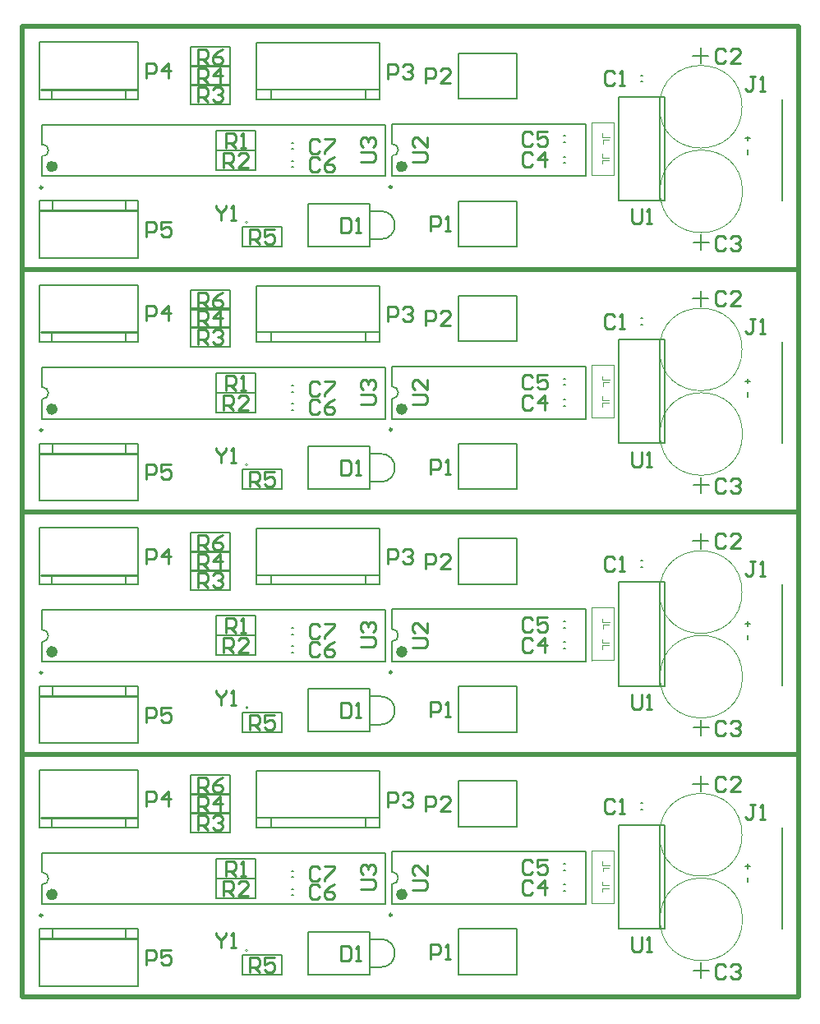
<source format=gto>
G04*
G04 #@! TF.GenerationSoftware,Altium Limited,Altium Designer,21.4.1 (30)*
G04*
G04 Layer_Color=65535*
%FSLAX44Y44*%
%MOMM*%
G71*
G04*
G04 #@! TF.SameCoordinates,D2FBEB8F-326A-44D8-8F55-22F389190F62*
G04*
G04*
G04 #@! TF.FilePolarity,Positive*
G04*
G01*
G75*
%ADD10C,0.5000*%
%ADD20C,0.2000*%
%ADD39C,0.2500*%
%ADD40C,0.6000*%
%ADD41C,0.0762*%
%ADD42C,0.1270*%
%ADD43C,0.0000*%
%ADD44C,0.2032*%
%ADD45C,0.2540*%
%ADD46C,0.1800*%
%ADD47C,0.1000*%
%ADD48C,0.1700*%
D10*
X193180Y1190D02*
X993180D01*
X193180Y251190D02*
X993180D01*
Y1190D02*
Y251190D01*
X193180Y1190D02*
Y251190D01*
Y251190D02*
X993180D01*
X193180Y501190D02*
X993180D01*
Y251190D02*
Y501190D01*
X193180Y251190D02*
Y501190D01*
Y501190D02*
X993180D01*
X193180Y751190D02*
X993180D01*
Y501190D02*
Y751190D01*
X193180Y501190D02*
Y751190D01*
Y751190D02*
X993180D01*
X193180Y1001190D02*
X993180D01*
Y751190D02*
Y1001190D01*
X193180Y751190D02*
Y1001190D01*
D20*
X574482Y117695D02*
G03*
X574482Y130395I0J6350D01*
G01*
X214018Y117195D02*
G03*
X214018Y129895I0J6350D01*
G01*
X574482Y97045D02*
X774482D01*
X574482Y151045D02*
X774482D01*
X574482Y97045D02*
Y117695D01*
Y130395D02*
Y151045D01*
X774482Y97045D02*
Y151045D01*
X808382Y71823D02*
X855382D01*
X808382Y178823D02*
X855382D01*
X808382Y71823D02*
Y178823D01*
X855382Y71823D02*
Y178823D01*
X850382Y71823D02*
Y178823D01*
X976184Y71981D02*
Y176231D01*
X214018Y97045D02*
X568018D01*
X214018Y150045D02*
X568018D01*
X214018Y97045D02*
Y117195D01*
Y129895D02*
Y150045D01*
X568018Y97045D02*
Y150045D01*
X751206Y110643D02*
X753206D01*
X751206Y117143D02*
X753206D01*
X471044Y124867D02*
X473044D01*
X471044Y131367D02*
X473044D01*
X471044Y106325D02*
X473044D01*
X471044Y112825D02*
X473044D01*
X830552Y194463D02*
X832552D01*
X830552Y200963D02*
X832552D01*
X751206Y131979D02*
X753206D01*
X751206Y138479D02*
X753206D01*
X574482Y367695D02*
G03*
X574482Y380395I0J6350D01*
G01*
X214018Y367195D02*
G03*
X214018Y379895I0J6350D01*
G01*
X574482Y347045D02*
X774482D01*
X574482Y401045D02*
X774482D01*
X574482Y347045D02*
Y367695D01*
Y380395D02*
Y401045D01*
X774482Y347045D02*
Y401045D01*
X808382Y321823D02*
X855382D01*
X808382Y428823D02*
X855382D01*
X808382Y321823D02*
Y428823D01*
X855382Y321823D02*
Y428823D01*
X850382Y321823D02*
Y428823D01*
X976184Y321981D02*
Y426231D01*
X214018Y347045D02*
X568018D01*
X214018Y400045D02*
X568018D01*
X214018Y347045D02*
Y367195D01*
Y379895D02*
Y400045D01*
X568018Y347045D02*
Y400045D01*
X751206Y360643D02*
X753206D01*
X751206Y367143D02*
X753206D01*
X471044Y374867D02*
X473044D01*
X471044Y381367D02*
X473044D01*
X471044Y356325D02*
X473044D01*
X471044Y362825D02*
X473044D01*
X830552Y444463D02*
X832552D01*
X830552Y450963D02*
X832552D01*
X751206Y381979D02*
X753206D01*
X751206Y388479D02*
X753206D01*
X574482Y617695D02*
G03*
X574482Y630395I0J6350D01*
G01*
X214018Y617195D02*
G03*
X214018Y629895I0J6350D01*
G01*
X574482Y597045D02*
X774482D01*
X574482Y651045D02*
X774482D01*
X574482Y597045D02*
Y617695D01*
Y630395D02*
Y651045D01*
X774482Y597045D02*
Y651045D01*
X808382Y571823D02*
X855382D01*
X808382Y678823D02*
X855382D01*
X808382Y571823D02*
Y678823D01*
X855382Y571823D02*
Y678823D01*
X850382Y571823D02*
Y678823D01*
X976184Y571981D02*
Y676231D01*
X214018Y597045D02*
X568018D01*
X214018Y650045D02*
X568018D01*
X214018Y597045D02*
Y617195D01*
Y629895D02*
Y650045D01*
X568018Y597045D02*
Y650045D01*
X751206Y610643D02*
X753206D01*
X751206Y617143D02*
X753206D01*
X471044Y624867D02*
X473044D01*
X471044Y631367D02*
X473044D01*
X471044Y606325D02*
X473044D01*
X471044Y612825D02*
X473044D01*
X830552Y694463D02*
X832552D01*
X830552Y700963D02*
X832552D01*
X751206Y631979D02*
X753206D01*
X751206Y638479D02*
X753206D01*
X574482Y867695D02*
G03*
X574482Y880395I0J6350D01*
G01*
X214018Y867195D02*
G03*
X214018Y879895I0J6350D01*
G01*
X574482Y847045D02*
X774482D01*
X574482Y901045D02*
X774482D01*
X574482Y847045D02*
Y867695D01*
Y880395D02*
Y901045D01*
X774482Y847045D02*
Y901045D01*
X808382Y821823D02*
X855382D01*
X808382Y928823D02*
X855382D01*
X808382Y821823D02*
Y928823D01*
X855382Y821823D02*
Y928823D01*
X850382Y821823D02*
Y928823D01*
X976184Y821981D02*
Y926231D01*
X214018Y847045D02*
X568018D01*
X214018Y900045D02*
X568018D01*
X214018Y847045D02*
Y867195D01*
Y879895D02*
Y900045D01*
X568018Y847045D02*
Y900045D01*
X751206Y860643D02*
X753206D01*
X751206Y867143D02*
X753206D01*
X471044Y874867D02*
X473044D01*
X471044Y881367D02*
X473044D01*
X471044Y856325D02*
X473044D01*
X471044Y862825D02*
X473044D01*
X830552Y944463D02*
X832552D01*
X830552Y950963D02*
X832552D01*
X751206Y881979D02*
X753206D01*
X751206Y888479D02*
X753206D01*
D39*
X574332Y85945D02*
G03*
X574332Y85945I-1250J0D01*
G01*
X214168Y85445D02*
G03*
X214168Y85445I-1250J0D01*
G01*
X574332Y335945D02*
G03*
X574332Y335945I-1250J0D01*
G01*
X214168Y335445D02*
G03*
X214168Y335445I-1250J0D01*
G01*
X574332Y585945D02*
G03*
X574332Y585945I-1250J0D01*
G01*
X214168Y585445D02*
G03*
X214168Y585445I-1250J0D01*
G01*
X574332Y835945D02*
G03*
X574332Y835945I-1250J0D01*
G01*
X214168Y835445D02*
G03*
X214168Y835445I-1250J0D01*
G01*
D40*
X587482Y107045D02*
G03*
X587482Y107045I-3000J0D01*
G01*
X227018D02*
G03*
X227018Y107045I-3000J0D01*
G01*
X587482Y357045D02*
G03*
X587482Y357045I-3000J0D01*
G01*
X227018D02*
G03*
X227018Y357045I-3000J0D01*
G01*
X587482Y607045D02*
G03*
X587482Y607045I-3000J0D01*
G01*
X227018D02*
G03*
X227018Y607045I-3000J0D01*
G01*
X587482Y857045D02*
G03*
X587482Y857045I-3000J0D01*
G01*
X227018D02*
G03*
X227018Y857045I-3000J0D01*
G01*
D41*
X935168Y168529D02*
G03*
X935168Y168529I-42500J0D01*
G01*
X935650Y81381D02*
G03*
X935650Y81381I-42500J0D01*
G01*
X935168Y418529D02*
G03*
X935168Y418529I-42500J0D01*
G01*
X935650Y331381D02*
G03*
X935650Y331381I-42500J0D01*
G01*
X935168Y668529D02*
G03*
X935168Y668529I-42500J0D01*
G01*
X935650Y581381D02*
G03*
X935650Y581381I-42500J0D01*
G01*
X935168Y918529D02*
G03*
X935168Y918529I-42500J0D01*
G01*
X935650Y831381D02*
G03*
X935650Y831381I-42500J0D01*
G01*
D42*
X562858Y32083D02*
G03*
X562858Y61083I0J14500D01*
G01*
X643032Y223836D02*
X703032D01*
Y176836D02*
Y223836D01*
X643032Y176836D02*
Y223836D01*
Y176836D02*
X703032D01*
X884668Y221029D02*
X900668D01*
X892668Y213029D02*
Y229029D01*
X551858Y32083D02*
X562858D01*
X551858Y61083D02*
X562858D01*
X487858Y24583D02*
X551858D01*
Y68583D01*
X487858D02*
X551858D01*
X487858Y24583D02*
Y68583D01*
X643032Y24449D02*
X703032D01*
X643032D02*
Y71449D01*
X703032Y24449D02*
Y71449D01*
X643032D02*
X703032D01*
X885150Y28881D02*
X901150D01*
X893150Y20881D02*
Y36881D01*
X562858Y282083D02*
G03*
X562858Y311083I0J14500D01*
G01*
X643032Y473836D02*
X703032D01*
Y426836D02*
Y473836D01*
X643032Y426836D02*
Y473836D01*
Y426836D02*
X703032D01*
X884668Y471029D02*
X900668D01*
X892668Y463029D02*
Y479029D01*
X551858Y282083D02*
X562858D01*
X551858Y311083D02*
X562858D01*
X487858Y274583D02*
X551858D01*
Y318583D01*
X487858D02*
X551858D01*
X487858Y274583D02*
Y318583D01*
X643032Y274449D02*
X703032D01*
X643032D02*
Y321449D01*
X703032Y274449D02*
Y321449D01*
X643032D02*
X703032D01*
X885150Y278881D02*
X901150D01*
X893150Y270881D02*
Y286881D01*
X562858Y532083D02*
G03*
X562858Y561083I0J14500D01*
G01*
X643032Y723836D02*
X703032D01*
Y676836D02*
Y723836D01*
X643032Y676836D02*
Y723836D01*
Y676836D02*
X703032D01*
X884668Y721029D02*
X900668D01*
X892668Y713029D02*
Y729029D01*
X551858Y532083D02*
X562858D01*
X551858Y561083D02*
X562858D01*
X487858Y524583D02*
X551858D01*
Y568583D01*
X487858D02*
X551858D01*
X487858Y524583D02*
Y568583D01*
X643032Y524449D02*
X703032D01*
X643032D02*
Y571449D01*
X703032Y524449D02*
Y571449D01*
X643032D02*
X703032D01*
X885150Y528881D02*
X901150D01*
X893150Y520881D02*
Y536881D01*
X562858Y782083D02*
G03*
X562858Y811083I0J14500D01*
G01*
X643032Y973836D02*
X703032D01*
Y926836D02*
Y973836D01*
X643032Y926836D02*
Y973836D01*
Y926836D02*
X703032D01*
X884668Y971029D02*
X900668D01*
X892668Y963029D02*
Y979029D01*
X551858Y782083D02*
X562858D01*
X551858Y811083D02*
X562858D01*
X487858Y774583D02*
X551858D01*
Y818583D01*
X487858D02*
X551858D01*
X487858Y774583D02*
Y818583D01*
X643032Y774449D02*
X703032D01*
X643032D02*
Y821449D01*
X703032Y774449D02*
Y821449D01*
X643032D02*
X703032D01*
X885150Y778881D02*
X901150D01*
X893150Y770881D02*
Y786881D01*
D43*
X425834Y49537D02*
G03*
X425834Y49537I-1270J0D01*
G01*
Y299537D02*
G03*
X425834Y299537I-1270J0D01*
G01*
Y549537D02*
G03*
X425834Y549537I-1270J0D01*
G01*
Y799537D02*
G03*
X425834Y799537I-1270J0D01*
G01*
D44*
X435718Y186187D02*
X560718Y186052D01*
X449835Y176685D02*
Y186052D01*
X547201Y176685D02*
Y186052D01*
X434968Y176185D02*
Y234185D01*
X561468D01*
Y176185D02*
Y234185D01*
X434968Y176185D02*
X561468D01*
X211434D02*
Y234935D01*
X312934D01*
Y176185D02*
Y234935D01*
X211434Y176185D02*
X312934D01*
X224134Y185752D02*
X224181Y176435D01*
X299934Y177085D02*
Y186185D01*
X312934Y12809D02*
Y71559D01*
X211434Y12809D02*
X312934D01*
X211434D02*
Y71559D01*
X312934D01*
X300186Y71309D02*
X300234Y61992D01*
X224434Y61559D02*
Y70659D01*
X435718Y436187D02*
X560718Y436052D01*
X449835Y426685D02*
Y436052D01*
X547201Y426685D02*
Y436052D01*
X434968Y426185D02*
Y484185D01*
X561468D01*
Y426185D02*
Y484185D01*
X434968Y426185D02*
X561468D01*
X211434D02*
Y484935D01*
X312934D01*
Y426185D02*
Y484935D01*
X211434Y426185D02*
X312934D01*
X224134Y435752D02*
X224181Y426435D01*
X299934Y427085D02*
Y436185D01*
X312934Y262809D02*
Y321559D01*
X211434Y262809D02*
X312934D01*
X211434D02*
Y321559D01*
X312934D01*
X300186Y321309D02*
X300234Y311992D01*
X224434Y311559D02*
Y320659D01*
X435718Y686187D02*
X560718Y686052D01*
X449835Y676685D02*
Y686052D01*
X547201Y676685D02*
Y686052D01*
X434968Y676185D02*
Y734185D01*
X561468D01*
Y676185D02*
Y734185D01*
X434968Y676185D02*
X561468D01*
X211434D02*
Y734935D01*
X312934D01*
Y676185D02*
Y734935D01*
X211434Y676185D02*
X312934D01*
X224134Y685752D02*
X224181Y676435D01*
X299934Y677085D02*
Y686185D01*
X312934Y512809D02*
Y571559D01*
X211434Y512809D02*
X312934D01*
X211434D02*
Y571559D01*
X312934D01*
X300186Y571309D02*
X300234Y561992D01*
X224434Y561559D02*
Y570659D01*
X435718Y936187D02*
X560718Y936052D01*
X449835Y926685D02*
Y936052D01*
X547201Y926685D02*
Y936052D01*
X434968Y926185D02*
Y984185D01*
X561468D01*
Y926185D02*
Y984185D01*
X434968Y926185D02*
X561468D01*
X211434D02*
Y984935D01*
X312934D01*
Y926185D02*
Y984935D01*
X211434Y926185D02*
X312934D01*
X224134Y935752D02*
X224181Y926435D01*
X299934Y927085D02*
Y936185D01*
X312934Y762809D02*
Y821559D01*
X211434Y762809D02*
X312934D01*
X211434D02*
Y821559D01*
X312934D01*
X300186Y821309D02*
X300234Y811992D01*
X224434Y811559D02*
Y820659D01*
D45*
X212684Y186185D02*
X311934D01*
X212434Y61559D02*
X311684D01*
X570088Y197471D02*
Y212706D01*
X577705D01*
X580245Y210167D01*
Y205089D01*
X577705Y202549D01*
X570088D01*
X585323Y210167D02*
X587862Y212706D01*
X592940D01*
X595480Y210167D01*
Y207628D01*
X592940Y205089D01*
X590401D01*
X592940D01*
X595480Y202549D01*
Y200010D01*
X592940Y197471D01*
X587862D01*
X585323Y200010D01*
X595490Y111611D02*
X608186D01*
X610725Y114150D01*
Y119229D01*
X608186Y121768D01*
X595490D01*
X610725Y137003D02*
Y126846D01*
X600569Y137003D01*
X598030D01*
X595490Y134464D01*
Y129385D01*
X598030Y126846D01*
X609422Y192887D02*
Y208122D01*
X617039D01*
X619579Y205583D01*
Y200504D01*
X617039Y197965D01*
X609422D01*
X634814Y192887D02*
X624657D01*
X634814Y203044D01*
Y205583D01*
X632274Y208122D01*
X627196D01*
X624657Y205583D01*
X917815Y226159D02*
X915275Y228699D01*
X910197D01*
X907658Y226159D01*
Y216003D01*
X910197Y213463D01*
X915275D01*
X917815Y216003D01*
X933050Y213463D02*
X922893D01*
X933050Y223620D01*
Y226159D01*
X930511Y228699D01*
X925432D01*
X922893Y226159D01*
X321676Y197967D02*
Y213202D01*
X329293D01*
X331833Y210663D01*
Y205585D01*
X329293Y203045D01*
X321676D01*
X344529Y197967D02*
Y213202D01*
X336911Y205585D01*
X347068D01*
X374254Y192860D02*
Y208095D01*
X381871D01*
X384411Y205556D01*
Y200478D01*
X381871Y197938D01*
X374254D01*
X379332D02*
X384411Y192860D01*
X397107D02*
Y208095D01*
X389489Y200478D01*
X399646D01*
X374254Y173529D02*
Y188764D01*
X381871D01*
X384411Y186225D01*
Y181147D01*
X381871Y178607D01*
X374254D01*
X379332D02*
X384411Y173529D01*
X389489Y186225D02*
X392028Y188764D01*
X397107D01*
X399646Y186225D01*
Y183686D01*
X397107Y181147D01*
X394567D01*
X397107D01*
X399646Y178607D01*
Y176068D01*
X397107Y173529D01*
X392028D01*
X389489Y176068D01*
X374254Y212191D02*
Y227426D01*
X381871D01*
X384411Y224887D01*
Y219809D01*
X381871Y217269D01*
X374254D01*
X379332D02*
X384411Y212191D01*
X399646Y227426D02*
X394567Y224887D01*
X389489Y219809D01*
Y214730D01*
X392028Y212191D01*
X397107D01*
X399646Y214730D01*
Y217269D01*
X397107Y219809D01*
X389489D01*
X321676Y34645D02*
Y49880D01*
X329293D01*
X331833Y47341D01*
Y42263D01*
X329293Y39723D01*
X321676D01*
X347068Y49880D02*
X336911D01*
Y42263D01*
X341989Y44802D01*
X344529D01*
X347068Y42263D01*
Y37184D01*
X344529Y34645D01*
X339450D01*
X336911Y37184D01*
X428046Y27025D02*
Y42260D01*
X435664D01*
X438203Y39721D01*
Y34643D01*
X435664Y32103D01*
X428046D01*
X433125D02*
X438203Y27025D01*
X453438Y42260D02*
X443282D01*
Y34643D01*
X448360Y37182D01*
X450899D01*
X453438Y34643D01*
Y29564D01*
X450899Y27025D01*
X445821D01*
X443282Y29564D01*
X522336Y54198D02*
Y38963D01*
X529953D01*
X532493Y41502D01*
Y51659D01*
X529953Y54198D01*
X522336D01*
X537571Y38963D02*
X542649D01*
X540110D01*
Y54198D01*
X537571Y51659D01*
X614518Y40233D02*
Y55468D01*
X622136D01*
X624675Y52929D01*
Y47850D01*
X622136Y45311D01*
X614518D01*
X629753Y40233D02*
X634831D01*
X632292D01*
Y55468D01*
X629753Y52929D01*
X821294Y63088D02*
Y50392D01*
X823833Y47853D01*
X828911D01*
X831451Y50392D01*
Y63088D01*
X836529Y47853D02*
X841607D01*
X839068D01*
Y63088D01*
X836529Y60549D01*
X917815Y33119D02*
X915275Y35659D01*
X910197D01*
X907658Y33119D01*
Y22963D01*
X910197Y20423D01*
X915275D01*
X917815Y22963D01*
X922893Y33119D02*
X925432Y35659D01*
X930511D01*
X933050Y33119D01*
Y30580D01*
X930511Y28041D01*
X927971D01*
X930511D01*
X933050Y25502D01*
Y22963D01*
X930511Y20423D01*
X925432D01*
X922893Y22963D01*
X948291Y199994D02*
X943212D01*
X945751D01*
Y187298D01*
X943212Y184759D01*
X940673D01*
X938134Y187298D01*
X953369Y184759D02*
X958447D01*
X955908D01*
Y199994D01*
X953369Y197455D01*
X542150Y112119D02*
X554846D01*
X557385Y114658D01*
Y119737D01*
X554846Y122276D01*
X542150D01*
X544689Y127354D02*
X542150Y129893D01*
Y134972D01*
X544689Y137511D01*
X547229D01*
X549768Y134972D01*
Y132432D01*
Y134972D01*
X552307Y137511D01*
X554846D01*
X557385Y134972D01*
Y129893D01*
X554846Y127354D01*
X400924Y106019D02*
Y121254D01*
X408541D01*
X411081Y118715D01*
Y113637D01*
X408541Y111097D01*
X400924D01*
X406002D02*
X411081Y106019D01*
X426316D02*
X416159D01*
X426316Y116176D01*
Y118715D01*
X423777Y121254D01*
X418698D01*
X416159Y118715D01*
X403464Y126339D02*
Y141574D01*
X411081D01*
X413621Y139035D01*
Y133956D01*
X411081Y131417D01*
X403464D01*
X408542D02*
X413621Y126339D01*
X418699D02*
X423777D01*
X421238D01*
Y141574D01*
X418699Y139035D01*
X719183Y118969D02*
X716643Y121508D01*
X711565D01*
X709026Y118969D01*
Y108812D01*
X711565Y106273D01*
X716643D01*
X719183Y108812D01*
X731879Y106273D02*
Y121508D01*
X724261Y113890D01*
X734418D01*
X499981Y133193D02*
X497441Y135732D01*
X492363D01*
X489824Y133193D01*
Y123036D01*
X492363Y120497D01*
X497441D01*
X499981Y123036D01*
X505059Y135732D02*
X515216D01*
Y133193D01*
X505059Y123036D01*
Y120497D01*
X499981Y114651D02*
X497441Y117190D01*
X492363D01*
X489824Y114651D01*
Y104494D01*
X492363Y101955D01*
X497441D01*
X499981Y104494D01*
X515216Y117190D02*
X510137Y114651D01*
X505059Y109572D01*
Y104494D01*
X507598Y101955D01*
X512677D01*
X515216Y104494D01*
Y107033D01*
X512677Y109572D01*
X505059D01*
X393558Y67152D02*
Y64613D01*
X398636Y59535D01*
X403715Y64613D01*
Y67152D01*
X398636Y59535D02*
Y51917D01*
X408793D02*
X413871D01*
X411332D01*
Y67152D01*
X408793Y64613D01*
X803454Y202789D02*
X800914Y205328D01*
X795836D01*
X793297Y202789D01*
Y192632D01*
X795836Y190093D01*
X800914D01*
X803454Y192632D01*
X808532Y190093D02*
X813610D01*
X811071D01*
Y205328D01*
X808532Y202789D01*
X719183Y140305D02*
X716643Y142844D01*
X711565D01*
X709026Y140305D01*
Y130148D01*
X711565Y127609D01*
X716643D01*
X719183Y130148D01*
X734418Y142844D02*
X724261D01*
Y135226D01*
X729339Y137766D01*
X731879D01*
X734418Y135226D01*
Y130148D01*
X731879Y127609D01*
X726800D01*
X724261Y130148D01*
X212684Y436185D02*
X311934D01*
X212434Y311559D02*
X311684D01*
X570088Y447471D02*
Y462706D01*
X577705D01*
X580245Y460167D01*
Y455089D01*
X577705Y452549D01*
X570088D01*
X585323Y460167D02*
X587862Y462706D01*
X592940D01*
X595480Y460167D01*
Y457628D01*
X592940Y455089D01*
X590401D01*
X592940D01*
X595480Y452549D01*
Y450010D01*
X592940Y447471D01*
X587862D01*
X585323Y450010D01*
X595490Y361611D02*
X608186D01*
X610725Y364150D01*
Y369229D01*
X608186Y371768D01*
X595490D01*
X610725Y387003D02*
Y376846D01*
X600569Y387003D01*
X598030D01*
X595490Y384464D01*
Y379385D01*
X598030Y376846D01*
X609422Y442887D02*
Y458122D01*
X617039D01*
X619579Y455583D01*
Y450504D01*
X617039Y447965D01*
X609422D01*
X634814Y442887D02*
X624657D01*
X634814Y453044D01*
Y455583D01*
X632274Y458122D01*
X627196D01*
X624657Y455583D01*
X917815Y476159D02*
X915275Y478699D01*
X910197D01*
X907658Y476159D01*
Y466003D01*
X910197Y463463D01*
X915275D01*
X917815Y466003D01*
X933050Y463463D02*
X922893D01*
X933050Y473620D01*
Y476159D01*
X930511Y478699D01*
X925432D01*
X922893Y476159D01*
X321676Y447967D02*
Y463202D01*
X329293D01*
X331833Y460663D01*
Y455584D01*
X329293Y453045D01*
X321676D01*
X344529Y447967D02*
Y463202D01*
X336911Y455584D01*
X347068D01*
X374254Y442860D02*
Y458095D01*
X381871D01*
X384411Y455556D01*
Y450477D01*
X381871Y447938D01*
X374254D01*
X379332D02*
X384411Y442860D01*
X397107D02*
Y458095D01*
X389489Y450477D01*
X399646D01*
X374254Y423529D02*
Y438764D01*
X381871D01*
X384411Y436225D01*
Y431147D01*
X381871Y428607D01*
X374254D01*
X379332D02*
X384411Y423529D01*
X389489Y436225D02*
X392028Y438764D01*
X397107D01*
X399646Y436225D01*
Y433686D01*
X397107Y431147D01*
X394567D01*
X397107D01*
X399646Y428607D01*
Y426068D01*
X397107Y423529D01*
X392028D01*
X389489Y426068D01*
X374254Y462191D02*
Y477426D01*
X381871D01*
X384411Y474887D01*
Y469809D01*
X381871Y467269D01*
X374254D01*
X379332D02*
X384411Y462191D01*
X399646Y477426D02*
X394567Y474887D01*
X389489Y469809D01*
Y464730D01*
X392028Y462191D01*
X397107D01*
X399646Y464730D01*
Y467269D01*
X397107Y469809D01*
X389489D01*
X321676Y284645D02*
Y299880D01*
X329293D01*
X331833Y297341D01*
Y292262D01*
X329293Y289723D01*
X321676D01*
X347068Y299880D02*
X336911D01*
Y292262D01*
X341989Y294802D01*
X344529D01*
X347068Y292262D01*
Y287184D01*
X344529Y284645D01*
X339450D01*
X336911Y287184D01*
X428046Y277025D02*
Y292260D01*
X435664D01*
X438203Y289721D01*
Y284643D01*
X435664Y282103D01*
X428046D01*
X433125D02*
X438203Y277025D01*
X453438Y292260D02*
X443282D01*
Y284643D01*
X448360Y287182D01*
X450899D01*
X453438Y284643D01*
Y279564D01*
X450899Y277025D01*
X445821D01*
X443282Y279564D01*
X522336Y304198D02*
Y288963D01*
X529953D01*
X532493Y291502D01*
Y301659D01*
X529953Y304198D01*
X522336D01*
X537571Y288963D02*
X542649D01*
X540110D01*
Y304198D01*
X537571Y301659D01*
X614518Y290233D02*
Y305468D01*
X622136D01*
X624675Y302929D01*
Y297850D01*
X622136Y295311D01*
X614518D01*
X629753Y290233D02*
X634831D01*
X632292D01*
Y305468D01*
X629753Y302929D01*
X821294Y313088D02*
Y300392D01*
X823833Y297853D01*
X828911D01*
X831451Y300392D01*
Y313088D01*
X836529Y297853D02*
X841607D01*
X839068D01*
Y313088D01*
X836529Y310549D01*
X917815Y283119D02*
X915275Y285658D01*
X910197D01*
X907658Y283119D01*
Y272963D01*
X910197Y270423D01*
X915275D01*
X917815Y272963D01*
X922893Y283119D02*
X925432Y285658D01*
X930511D01*
X933050Y283119D01*
Y280580D01*
X930511Y278041D01*
X927971D01*
X930511D01*
X933050Y275502D01*
Y272963D01*
X930511Y270423D01*
X925432D01*
X922893Y272963D01*
X948291Y449994D02*
X943212D01*
X945751D01*
Y437298D01*
X943212Y434759D01*
X940673D01*
X938134Y437298D01*
X953369Y434759D02*
X958447D01*
X955908D01*
Y449994D01*
X953369Y447455D01*
X542150Y362119D02*
X554846D01*
X557385Y364658D01*
Y369737D01*
X554846Y372276D01*
X542150D01*
X544689Y377354D02*
X542150Y379893D01*
Y384972D01*
X544689Y387511D01*
X547229D01*
X549768Y384972D01*
Y382433D01*
Y384972D01*
X552307Y387511D01*
X554846D01*
X557385Y384972D01*
Y379893D01*
X554846Y377354D01*
X400924Y356019D02*
Y371254D01*
X408541D01*
X411081Y368715D01*
Y363637D01*
X408541Y361097D01*
X400924D01*
X406002D02*
X411081Y356019D01*
X426316D02*
X416159D01*
X426316Y366176D01*
Y368715D01*
X423777Y371254D01*
X418698D01*
X416159Y368715D01*
X403464Y376339D02*
Y391574D01*
X411081D01*
X413621Y389035D01*
Y383956D01*
X411081Y381417D01*
X403464D01*
X408542D02*
X413621Y376339D01*
X418699D02*
X423777D01*
X421238D01*
Y391574D01*
X418699Y389035D01*
X719183Y368969D02*
X716643Y371508D01*
X711565D01*
X709026Y368969D01*
Y358812D01*
X711565Y356273D01*
X716643D01*
X719183Y358812D01*
X731879Y356273D02*
Y371508D01*
X724261Y363890D01*
X734418D01*
X499981Y383193D02*
X497441Y385732D01*
X492363D01*
X489824Y383193D01*
Y373036D01*
X492363Y370497D01*
X497441D01*
X499981Y373036D01*
X505059Y385732D02*
X515216D01*
Y383193D01*
X505059Y373036D01*
Y370497D01*
X499981Y364651D02*
X497441Y367190D01*
X492363D01*
X489824Y364651D01*
Y354494D01*
X492363Y351955D01*
X497441D01*
X499981Y354494D01*
X515216Y367190D02*
X510137Y364651D01*
X505059Y359572D01*
Y354494D01*
X507598Y351955D01*
X512677D01*
X515216Y354494D01*
Y357033D01*
X512677Y359572D01*
X505059D01*
X393558Y317152D02*
Y314613D01*
X398636Y309534D01*
X403715Y314613D01*
Y317152D01*
X398636Y309534D02*
Y301917D01*
X408793D02*
X413871D01*
X411332D01*
Y317152D01*
X408793Y314613D01*
X803454Y452789D02*
X800914Y455328D01*
X795836D01*
X793297Y452789D01*
Y442632D01*
X795836Y440093D01*
X800914D01*
X803454Y442632D01*
X808532Y440093D02*
X813610D01*
X811071D01*
Y455328D01*
X808532Y452789D01*
X719183Y390305D02*
X716643Y392844D01*
X711565D01*
X709026Y390305D01*
Y380148D01*
X711565Y377609D01*
X716643D01*
X719183Y380148D01*
X734418Y392844D02*
X724261D01*
Y385227D01*
X729339Y387766D01*
X731879D01*
X734418Y385227D01*
Y380148D01*
X731879Y377609D01*
X726800D01*
X724261Y380148D01*
X212684Y686185D02*
X311934D01*
X212434Y561559D02*
X311684D01*
X570088Y697471D02*
Y712706D01*
X577705D01*
X580245Y710167D01*
Y705089D01*
X577705Y702549D01*
X570088D01*
X585323Y710167D02*
X587862Y712706D01*
X592940D01*
X595480Y710167D01*
Y707628D01*
X592940Y705089D01*
X590401D01*
X592940D01*
X595480Y702549D01*
Y700010D01*
X592940Y697471D01*
X587862D01*
X585323Y700010D01*
X595490Y611611D02*
X608186D01*
X610725Y614150D01*
Y619229D01*
X608186Y621768D01*
X595490D01*
X610725Y637003D02*
Y626846D01*
X600569Y637003D01*
X598030D01*
X595490Y634464D01*
Y629385D01*
X598030Y626846D01*
X609422Y692887D02*
Y708122D01*
X617039D01*
X619579Y705583D01*
Y700505D01*
X617039Y697965D01*
X609422D01*
X634814Y692887D02*
X624657D01*
X634814Y703044D01*
Y705583D01*
X632274Y708122D01*
X627196D01*
X624657Y705583D01*
X917815Y726159D02*
X915275Y728699D01*
X910197D01*
X907658Y726159D01*
Y716003D01*
X910197Y713463D01*
X915275D01*
X917815Y716003D01*
X933050Y713463D02*
X922893D01*
X933050Y723620D01*
Y726159D01*
X930511Y728699D01*
X925432D01*
X922893Y726159D01*
X321676Y697967D02*
Y713202D01*
X329293D01*
X331833Y710663D01*
Y705584D01*
X329293Y703045D01*
X321676D01*
X344529Y697967D02*
Y713202D01*
X336911Y705584D01*
X347068D01*
X374254Y692860D02*
Y708095D01*
X381871D01*
X384411Y705556D01*
Y700478D01*
X381871Y697938D01*
X374254D01*
X379332D02*
X384411Y692860D01*
X397107D02*
Y708095D01*
X389489Y700478D01*
X399646D01*
X374254Y673529D02*
Y688764D01*
X381871D01*
X384411Y686225D01*
Y681146D01*
X381871Y678607D01*
X374254D01*
X379332D02*
X384411Y673529D01*
X389489Y686225D02*
X392028Y688764D01*
X397107D01*
X399646Y686225D01*
Y683686D01*
X397107Y681146D01*
X394567D01*
X397107D01*
X399646Y678607D01*
Y676068D01*
X397107Y673529D01*
X392028D01*
X389489Y676068D01*
X374254Y712191D02*
Y727426D01*
X381871D01*
X384411Y724887D01*
Y719809D01*
X381871Y717269D01*
X374254D01*
X379332D02*
X384411Y712191D01*
X399646Y727426D02*
X394567Y724887D01*
X389489Y719809D01*
Y714730D01*
X392028Y712191D01*
X397107D01*
X399646Y714730D01*
Y717269D01*
X397107Y719809D01*
X389489D01*
X321676Y534645D02*
Y549880D01*
X329293D01*
X331833Y547341D01*
Y542262D01*
X329293Y539723D01*
X321676D01*
X347068Y549880D02*
X336911D01*
Y542262D01*
X341989Y544802D01*
X344529D01*
X347068Y542262D01*
Y537184D01*
X344529Y534645D01*
X339450D01*
X336911Y537184D01*
X428046Y527025D02*
Y542260D01*
X435664D01*
X438203Y539721D01*
Y534642D01*
X435664Y532103D01*
X428046D01*
X433125D02*
X438203Y527025D01*
X453438Y542260D02*
X443282D01*
Y534642D01*
X448360Y537182D01*
X450899D01*
X453438Y534642D01*
Y529564D01*
X450899Y527025D01*
X445821D01*
X443282Y529564D01*
X522336Y554198D02*
Y538963D01*
X529953D01*
X532493Y541502D01*
Y551659D01*
X529953Y554198D01*
X522336D01*
X537571Y538963D02*
X542649D01*
X540110D01*
Y554198D01*
X537571Y551659D01*
X614518Y540233D02*
Y555468D01*
X622136D01*
X624675Y552929D01*
Y547850D01*
X622136Y545311D01*
X614518D01*
X629753Y540233D02*
X634831D01*
X632292D01*
Y555468D01*
X629753Y552929D01*
X821294Y563088D02*
Y550392D01*
X823833Y547853D01*
X828911D01*
X831451Y550392D01*
Y563088D01*
X836529Y547853D02*
X841607D01*
X839068D01*
Y563088D01*
X836529Y560549D01*
X917815Y533119D02*
X915275Y535658D01*
X910197D01*
X907658Y533119D01*
Y522963D01*
X910197Y520423D01*
X915275D01*
X917815Y522963D01*
X922893Y533119D02*
X925432Y535658D01*
X930511D01*
X933050Y533119D01*
Y530580D01*
X930511Y528041D01*
X927971D01*
X930511D01*
X933050Y525502D01*
Y522963D01*
X930511Y520423D01*
X925432D01*
X922893Y522963D01*
X948291Y699994D02*
X943212D01*
X945751D01*
Y687298D01*
X943212Y684759D01*
X940673D01*
X938134Y687298D01*
X953369Y684759D02*
X958447D01*
X955908D01*
Y699994D01*
X953369Y697455D01*
X542150Y612119D02*
X554846D01*
X557385Y614658D01*
Y619737D01*
X554846Y622276D01*
X542150D01*
X544689Y627354D02*
X542150Y629893D01*
Y634972D01*
X544689Y637511D01*
X547229D01*
X549768Y634972D01*
Y632433D01*
Y634972D01*
X552307Y637511D01*
X554846D01*
X557385Y634972D01*
Y629893D01*
X554846Y627354D01*
X400924Y606019D02*
Y621254D01*
X408541D01*
X411081Y618715D01*
Y613637D01*
X408541Y611097D01*
X400924D01*
X406002D02*
X411081Y606019D01*
X426316D02*
X416159D01*
X426316Y616176D01*
Y618715D01*
X423777Y621254D01*
X418698D01*
X416159Y618715D01*
X403464Y626339D02*
Y641574D01*
X411081D01*
X413621Y639035D01*
Y633956D01*
X411081Y631417D01*
X403464D01*
X408542D02*
X413621Y626339D01*
X418699D02*
X423777D01*
X421238D01*
Y641574D01*
X418699Y639035D01*
X719183Y618969D02*
X716643Y621508D01*
X711565D01*
X709026Y618969D01*
Y608812D01*
X711565Y606273D01*
X716643D01*
X719183Y608812D01*
X731879Y606273D02*
Y621508D01*
X724261Y613890D01*
X734418D01*
X499981Y633193D02*
X497441Y635732D01*
X492363D01*
X489824Y633193D01*
Y623036D01*
X492363Y620497D01*
X497441D01*
X499981Y623036D01*
X505059Y635732D02*
X515216D01*
Y633193D01*
X505059Y623036D01*
Y620497D01*
X499981Y614651D02*
X497441Y617190D01*
X492363D01*
X489824Y614651D01*
Y604494D01*
X492363Y601955D01*
X497441D01*
X499981Y604494D01*
X515216Y617190D02*
X510137Y614651D01*
X505059Y609572D01*
Y604494D01*
X507598Y601955D01*
X512677D01*
X515216Y604494D01*
Y607033D01*
X512677Y609572D01*
X505059D01*
X393558Y567152D02*
Y564613D01*
X398636Y559534D01*
X403715Y564613D01*
Y567152D01*
X398636Y559534D02*
Y551917D01*
X408793D02*
X413871D01*
X411332D01*
Y567152D01*
X408793Y564613D01*
X803454Y702789D02*
X800914Y705328D01*
X795836D01*
X793297Y702789D01*
Y692632D01*
X795836Y690093D01*
X800914D01*
X803454Y692632D01*
X808532Y690093D02*
X813610D01*
X811071D01*
Y705328D01*
X808532Y702789D01*
X719183Y640305D02*
X716643Y642844D01*
X711565D01*
X709026Y640305D01*
Y630148D01*
X711565Y627609D01*
X716643D01*
X719183Y630148D01*
X734418Y642844D02*
X724261D01*
Y635227D01*
X729339Y637766D01*
X731879D01*
X734418Y635227D01*
Y630148D01*
X731879Y627609D01*
X726800D01*
X724261Y630148D01*
X212684Y936185D02*
X311934D01*
X212434Y811559D02*
X311684D01*
X570088Y947471D02*
Y962706D01*
X577705D01*
X580245Y960167D01*
Y955089D01*
X577705Y952549D01*
X570088D01*
X585323Y960167D02*
X587862Y962706D01*
X592940D01*
X595480Y960167D01*
Y957628D01*
X592940Y955089D01*
X590401D01*
X592940D01*
X595480Y952549D01*
Y950010D01*
X592940Y947471D01*
X587862D01*
X585323Y950010D01*
X595490Y861611D02*
X608186D01*
X610725Y864150D01*
Y869229D01*
X608186Y871768D01*
X595490D01*
X610725Y887003D02*
Y876846D01*
X600569Y887003D01*
X598030D01*
X595490Y884464D01*
Y879385D01*
X598030Y876846D01*
X609422Y942887D02*
Y958122D01*
X617039D01*
X619579Y955583D01*
Y950505D01*
X617039Y947965D01*
X609422D01*
X634814Y942887D02*
X624657D01*
X634814Y953044D01*
Y955583D01*
X632274Y958122D01*
X627196D01*
X624657Y955583D01*
X917815Y976159D02*
X915275Y978699D01*
X910197D01*
X907658Y976159D01*
Y966003D01*
X910197Y963463D01*
X915275D01*
X917815Y966003D01*
X933050Y963463D02*
X922893D01*
X933050Y973620D01*
Y976159D01*
X930511Y978699D01*
X925432D01*
X922893Y976159D01*
X321676Y947967D02*
Y963202D01*
X329293D01*
X331833Y960663D01*
Y955584D01*
X329293Y953045D01*
X321676D01*
X344529Y947967D02*
Y963202D01*
X336911Y955584D01*
X347068D01*
X374254Y942860D02*
Y958095D01*
X381871D01*
X384411Y955556D01*
Y950478D01*
X381871Y947938D01*
X374254D01*
X379332D02*
X384411Y942860D01*
X397107D02*
Y958095D01*
X389489Y950478D01*
X399646D01*
X374254Y923529D02*
Y938764D01*
X381871D01*
X384411Y936225D01*
Y931146D01*
X381871Y928607D01*
X374254D01*
X379332D02*
X384411Y923529D01*
X389489Y936225D02*
X392028Y938764D01*
X397107D01*
X399646Y936225D01*
Y933686D01*
X397107Y931146D01*
X394567D01*
X397107D01*
X399646Y928607D01*
Y926068D01*
X397107Y923529D01*
X392028D01*
X389489Y926068D01*
X374254Y962191D02*
Y977426D01*
X381871D01*
X384411Y974887D01*
Y969809D01*
X381871Y967269D01*
X374254D01*
X379332D02*
X384411Y962191D01*
X399646Y977426D02*
X394567Y974887D01*
X389489Y969809D01*
Y964730D01*
X392028Y962191D01*
X397107D01*
X399646Y964730D01*
Y967269D01*
X397107Y969809D01*
X389489D01*
X321676Y784645D02*
Y799880D01*
X329293D01*
X331833Y797341D01*
Y792262D01*
X329293Y789723D01*
X321676D01*
X347068Y799880D02*
X336911D01*
Y792262D01*
X341989Y794802D01*
X344529D01*
X347068Y792262D01*
Y787184D01*
X344529Y784645D01*
X339450D01*
X336911Y787184D01*
X428046Y777025D02*
Y792260D01*
X435664D01*
X438203Y789721D01*
Y784642D01*
X435664Y782103D01*
X428046D01*
X433125D02*
X438203Y777025D01*
X453438Y792260D02*
X443282D01*
Y784642D01*
X448360Y787182D01*
X450899D01*
X453438Y784642D01*
Y779564D01*
X450899Y777025D01*
X445821D01*
X443282Y779564D01*
X522336Y804198D02*
Y788963D01*
X529953D01*
X532493Y791502D01*
Y801659D01*
X529953Y804198D01*
X522336D01*
X537571Y788963D02*
X542649D01*
X540110D01*
Y804198D01*
X537571Y801659D01*
X614518Y790233D02*
Y805468D01*
X622136D01*
X624675Y802929D01*
Y797850D01*
X622136Y795311D01*
X614518D01*
X629753Y790233D02*
X634831D01*
X632292D01*
Y805468D01*
X629753Y802929D01*
X821294Y813088D02*
Y800392D01*
X823833Y797853D01*
X828911D01*
X831451Y800392D01*
Y813088D01*
X836529Y797853D02*
X841607D01*
X839068D01*
Y813088D01*
X836529Y810549D01*
X917815Y783119D02*
X915275Y785658D01*
X910197D01*
X907658Y783119D01*
Y772963D01*
X910197Y770423D01*
X915275D01*
X917815Y772963D01*
X922893Y783119D02*
X925432Y785658D01*
X930511D01*
X933050Y783119D01*
Y780580D01*
X930511Y778041D01*
X927971D01*
X930511D01*
X933050Y775502D01*
Y772963D01*
X930511Y770423D01*
X925432D01*
X922893Y772963D01*
X948291Y949994D02*
X943212D01*
X945751D01*
Y937298D01*
X943212Y934759D01*
X940673D01*
X938134Y937298D01*
X953369Y934759D02*
X958447D01*
X955908D01*
Y949994D01*
X953369Y947455D01*
X542150Y862119D02*
X554846D01*
X557385Y864658D01*
Y869737D01*
X554846Y872276D01*
X542150D01*
X544689Y877354D02*
X542150Y879893D01*
Y884972D01*
X544689Y887511D01*
X547229D01*
X549768Y884972D01*
Y882432D01*
Y884972D01*
X552307Y887511D01*
X554846D01*
X557385Y884972D01*
Y879893D01*
X554846Y877354D01*
X400924Y856019D02*
Y871254D01*
X408541D01*
X411081Y868715D01*
Y863636D01*
X408541Y861097D01*
X400924D01*
X406002D02*
X411081Y856019D01*
X426316D02*
X416159D01*
X426316Y866176D01*
Y868715D01*
X423777Y871254D01*
X418698D01*
X416159Y868715D01*
X403464Y876339D02*
Y891574D01*
X411081D01*
X413621Y889035D01*
Y883957D01*
X411081Y881417D01*
X403464D01*
X408542D02*
X413621Y876339D01*
X418699D02*
X423777D01*
X421238D01*
Y891574D01*
X418699Y889035D01*
X719183Y868969D02*
X716643Y871508D01*
X711565D01*
X709026Y868969D01*
Y858812D01*
X711565Y856273D01*
X716643D01*
X719183Y858812D01*
X731879Y856273D02*
Y871508D01*
X724261Y863891D01*
X734418D01*
X499981Y883193D02*
X497441Y885732D01*
X492363D01*
X489824Y883193D01*
Y873036D01*
X492363Y870497D01*
X497441D01*
X499981Y873036D01*
X505059Y885732D02*
X515216D01*
Y883193D01*
X505059Y873036D01*
Y870497D01*
X499981Y864651D02*
X497441Y867190D01*
X492363D01*
X489824Y864651D01*
Y854494D01*
X492363Y851955D01*
X497441D01*
X499981Y854494D01*
X515216Y867190D02*
X510137Y864651D01*
X505059Y859573D01*
Y854494D01*
X507598Y851955D01*
X512677D01*
X515216Y854494D01*
Y857033D01*
X512677Y859573D01*
X505059D01*
X393558Y817152D02*
Y814613D01*
X398636Y809535D01*
X403715Y814613D01*
Y817152D01*
X398636Y809535D02*
Y801917D01*
X408793D02*
X413871D01*
X411332D01*
Y817152D01*
X408793Y814613D01*
X803454Y952789D02*
X800914Y955328D01*
X795836D01*
X793297Y952789D01*
Y942632D01*
X795836Y940093D01*
X800914D01*
X803454Y942632D01*
X808532Y940093D02*
X813610D01*
X811071D01*
Y955328D01*
X808532Y952789D01*
X719183Y890305D02*
X716643Y892844D01*
X711565D01*
X709026Y890305D01*
Y880148D01*
X711565Y877609D01*
X716643D01*
X719183Y880148D01*
X734418Y892844D02*
X724261D01*
Y885227D01*
X729339Y887766D01*
X731879D01*
X734418Y885227D01*
Y880148D01*
X731879Y877609D01*
X726800D01*
X724261Y880148D01*
D46*
X366634Y210640D02*
X407274D01*
X366634Y190320D02*
Y210640D01*
Y190320D02*
X407274D01*
Y210640D01*
X366634Y170989D02*
X407274D01*
Y191309D01*
X366634D02*
X407274D01*
X366634Y170989D02*
Y191309D01*
Y229971D02*
X407274D01*
X366634Y209651D02*
Y229971D01*
Y209651D02*
X407274D01*
Y229971D01*
X420426Y24485D02*
X461066D01*
Y44805D01*
X420426D02*
X461066D01*
X420426Y24485D02*
Y44805D01*
X393304Y123799D02*
X433944D01*
X393304Y103479D02*
Y123799D01*
Y103479D02*
X433944D01*
Y123799D01*
X393304Y144119D02*
X433944D01*
X393304Y123799D02*
Y144119D01*
Y123799D02*
X433944D01*
Y144119D01*
X366634Y460640D02*
X407274D01*
X366634Y440320D02*
Y460640D01*
Y440320D02*
X407274D01*
Y460640D01*
X366634Y420989D02*
X407274D01*
Y441309D01*
X366634D02*
X407274D01*
X366634Y420989D02*
Y441309D01*
Y479971D02*
X407274D01*
X366634Y459651D02*
Y479971D01*
Y459651D02*
X407274D01*
Y479971D01*
X420426Y274485D02*
X461066D01*
Y294805D01*
X420426D02*
X461066D01*
X420426Y274485D02*
Y294805D01*
X393304Y373799D02*
X433944D01*
X393304Y353479D02*
Y373799D01*
Y353479D02*
X433944D01*
Y373799D01*
X393304Y394119D02*
X433944D01*
X393304Y373799D02*
Y394119D01*
Y373799D02*
X433944D01*
Y394119D01*
X366634Y710640D02*
X407274D01*
X366634Y690320D02*
Y710640D01*
Y690320D02*
X407274D01*
Y710640D01*
X366634Y670989D02*
X407274D01*
Y691309D01*
X366634D02*
X407274D01*
X366634Y670989D02*
Y691309D01*
Y729971D02*
X407274D01*
X366634Y709651D02*
Y729971D01*
Y709651D02*
X407274D01*
Y729971D01*
X420426Y524485D02*
X461066D01*
Y544805D01*
X420426D02*
X461066D01*
X420426Y524485D02*
Y544805D01*
X393304Y623799D02*
X433944D01*
X393304Y603479D02*
Y623799D01*
Y603479D02*
X433944D01*
Y623799D01*
X393304Y644119D02*
X433944D01*
X393304Y623799D02*
Y644119D01*
Y623799D02*
X433944D01*
Y644119D01*
X366634Y960640D02*
X407274D01*
X366634Y940320D02*
Y960640D01*
Y940320D02*
X407274D01*
Y960640D01*
X366634Y920989D02*
X407274D01*
Y941309D01*
X366634D02*
X407274D01*
X366634Y920989D02*
Y941309D01*
Y979971D02*
X407274D01*
X366634Y959651D02*
Y979971D01*
Y959651D02*
X407274D01*
Y979971D01*
X420426Y774485D02*
X461066D01*
Y794805D01*
X420426D02*
X461066D01*
X420426Y774485D02*
Y794805D01*
X393304Y873799D02*
X433944D01*
X393304Y853479D02*
Y873799D01*
Y853479D02*
X433944D01*
Y873799D01*
X393304Y894119D02*
X433944D01*
X393304Y873799D02*
Y894119D01*
Y873799D02*
X433944D01*
Y894119D01*
D47*
X780538Y98298D02*
X803238D01*
X790888Y109598D02*
Y113398D01*
X791088Y113598D01*
X797588D01*
X790788Y116298D02*
Y120048D01*
Y116298D02*
X797838D01*
X791538Y137348D02*
X798588D01*
X791538D02*
Y141098D01*
X791838Y134648D02*
X798338D01*
X791638Y134448D02*
X791838Y134648D01*
X791638Y130648D02*
Y134448D01*
X780538Y152448D02*
X803238D01*
Y98248D02*
Y152448D01*
X780538Y98198D02*
Y152248D01*
Y348298D02*
X803238D01*
X790888Y359598D02*
Y363398D01*
X791088Y363598D01*
X797588D01*
X790788Y366298D02*
Y370048D01*
Y366298D02*
X797838D01*
X791538Y387348D02*
X798588D01*
X791538D02*
Y391098D01*
X791838Y384648D02*
X798338D01*
X791638Y384448D02*
X791838Y384648D01*
X791638Y380648D02*
Y384448D01*
X780538Y402448D02*
X803238D01*
Y348248D02*
Y402448D01*
X780538Y348198D02*
Y402248D01*
Y598298D02*
X803238D01*
X790888Y609598D02*
Y613398D01*
X791088Y613598D01*
X797588D01*
X790788Y616298D02*
Y620048D01*
Y616298D02*
X797838D01*
X791538Y637348D02*
X798588D01*
X791538D02*
Y641098D01*
X791838Y634648D02*
X798338D01*
X791638Y634448D02*
X791838Y634648D01*
X791638Y630648D02*
Y634448D01*
X780538Y652448D02*
X803238D01*
Y598248D02*
Y652448D01*
X780538Y598198D02*
Y652248D01*
Y848298D02*
X803238D01*
X790888Y859598D02*
Y863398D01*
X791088Y863598D01*
X797588D01*
X790788Y866298D02*
Y870048D01*
Y866298D02*
X797838D01*
X791538Y887348D02*
X798588D01*
X791538D02*
Y891098D01*
X791838Y884648D02*
X798338D01*
X791638Y884448D02*
X791838Y884648D01*
X791638Y880648D02*
Y884448D01*
X780538Y902448D02*
X803238D01*
Y848248D02*
Y902448D01*
X780538Y848198D02*
Y902248D01*
D48*
X940883Y138281D02*
Y133616D01*
X943215Y135948D02*
X938550D01*
X940883Y124285D02*
Y119620D01*
Y388281D02*
Y383616D01*
X943215Y385948D02*
X938550D01*
X940883Y374286D02*
Y369620D01*
Y638281D02*
Y633616D01*
X943215Y635948D02*
X938550D01*
X940883Y624286D02*
Y619620D01*
Y888281D02*
Y883616D01*
X943215Y885948D02*
X938550D01*
X940883Y874286D02*
Y869620D01*
M02*

</source>
